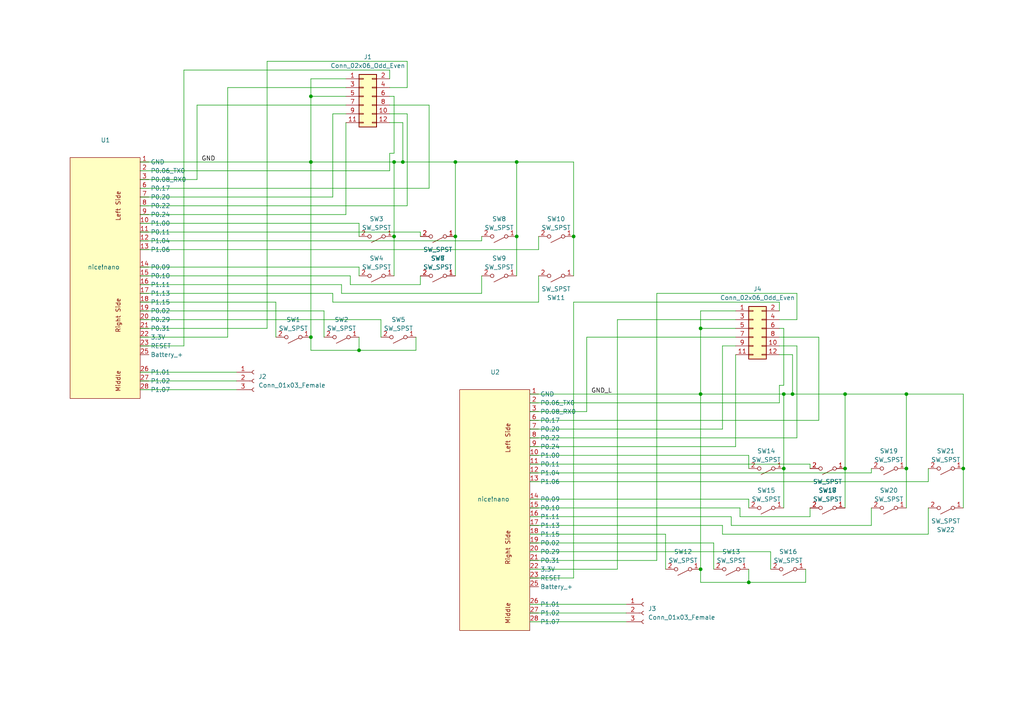
<source format=kicad_sch>
(kicad_sch (version 20211123) (generator eeschema)
  (paper "A4")
  (lib_symbols
    (symbol "Connector:Conn_01x03_Female" (pin_names (offset 1.016) hide)
      (property "Reference" "J" (at 0 5.08 0))
      (property "Value" "Conn_01x03_Female" (at 0 -5.08 0))
      (symbol "Conn_01x03_Female_1_1"
        (arc (start 0 -2.032) (mid -0.508 -2.54) (end 0 -3.048) (stroke (width 0.1524)))
        (polyline (pts (xy -1.27 -2.54) (xy -0.508 -2.54)) (stroke (width 0.1524)))
        (polyline (pts (xy -1.27 0) (xy -0.508 0)) (stroke (width 0.1524)))
        (polyline (pts (xy -1.27 2.54) (xy -0.508 2.54)) (stroke (width 0.1524)))
        (arc (start 0 0.508) (mid -0.508 0) (end 0 -0.508) (stroke (width 0.1524)))
        (arc (start 0 3.048) (mid -0.508 2.54) (end 0 2.032) (stroke (width 0.1524)))
        (pin passive line (at -5.08 2.54 0) (length 3.81) (name "Pin_1") (number "1"))
        (pin passive line (at -5.08 0 0) (length 3.81) (name "Pin_2") (number "2"))
        (pin passive line (at -5.08 -2.54 0) (length 3.81) (name "Pin_3") (number "3"))
      )
    )
    (symbol "Connector_Generic:Conn_02x06_Odd_Even" (pin_names (offset 1.016) hide)
      (property "Reference" "J" (at 1.27 7.62 0))
      (property "Value" "Conn_02x06_Odd_Even" (at 1.27 -10.16 0))
      (symbol "Conn_02x06_Odd_Even_1_1"
        (rectangle (start -1.27 -7.493) (end 0 -7.747) (stroke (width 0.1524)))
        (rectangle (start -1.27 -4.953) (end 0 -5.207) (stroke (width 0.1524)))
        (rectangle (start -1.27 -2.413) (end 0 -2.667) (stroke (width 0.1524)))
        (rectangle (start -1.27 0.127) (end 0 -0.127) (stroke (width 0.1524)))
        (rectangle (start -1.27 2.667) (end 0 2.413) (stroke (width 0.1524)))
        (rectangle (start -1.27 5.207) (end 0 4.953) (stroke (width 0.1524)))
        (rectangle (start -1.27 6.35) (end 3.81 -8.89) (stroke (width 0.254)) (fill (type background)))
        (rectangle (start 3.81 -7.493) (end 2.54 -7.747) (stroke (width 0.1524)))
        (rectangle (start 3.81 -4.953) (end 2.54 -5.207) (stroke (width 0.1524)))
        (rectangle (start 3.81 -2.413) (end 2.54 -2.667) (stroke (width 0.1524)))
        (rectangle (start 3.81 0.127) (end 2.54 -0.127) (stroke (width 0.1524)))
        (rectangle (start 3.81 2.667) (end 2.54 2.413) (stroke (width 0.1524)))
        (rectangle (start 3.81 5.207) (end 2.54 4.953) (stroke (width 0.1524)))
        (pin passive line (at -5.08 5.08 0) (length 3.81) (name "Pin_1") (number "1"))
        (pin passive line (at 7.62 -5.08 180) (length 3.81) (name "Pin_10") (number "10"))
        (pin passive line (at -5.08 -7.62 0) (length 3.81) (name "Pin_11") (number "11"))
        (pin passive line (at 7.62 -7.62 180) (length 3.81) (name "Pin_12") (number "12"))
        (pin passive line (at 7.62 5.08 180) (length 3.81) (name "Pin_2") (number "2"))
        (pin passive line (at -5.08 2.54 0) (length 3.81) (name "Pin_3") (number "3"))
        (pin passive line (at 7.62 2.54 180) (length 3.81) (name "Pin_4") (number "4"))
        (pin passive line (at -5.08 0 0) (length 3.81) (name "Pin_5") (number "5"))
        (pin passive line (at 7.62 0 180) (length 3.81) (name "Pin_6") (number "6"))
        (pin passive line (at -5.08 -2.54 0) (length 3.81) (name "Pin_7") (number "7"))
        (pin passive line (at 7.62 -2.54 180) (length 3.81) (name "Pin_8") (number "8"))
        (pin passive line (at -5.08 -5.08 0) (length 3.81) (name "Pin_9") (number "9"))
      )
    )
    (symbol "Switch:SW_SPST" (pin_names (offset 0) hide)
      (property "Reference" "SW" (at 0 3.175 0))
      (property "Value" "SW_SPST" (at 0 -2.54 0))
      (symbol "SW_SPST_0_0"
        (circle (center -2.032 0) (radius 0.508))
        (polyline (pts (xy -1.524 0.254) (xy 1.524 1.778)))
        (circle (center 2.032 0) (radius 0.508))
      )
      (symbol "SW_SPST_1_1"
        (pin passive line (at -5.08 0 0) (length 2.54) (name "A") (number "1"))
        (pin passive line (at 5.08 0 180) (length 2.54) (name "B") (number "2"))
      )
    )
    (symbol "nice_nano:nice!nano"
      (property "Reference" "U" (at 0 -2.54 0))
      (property "Value" "nice!nano" (at 0 -39.37 90))
      (symbol "nice!nano_0_0"
        (text "Left Side" (at 3.81 -19.05 900) (effects (font (size 1.27 1.27))))
        (text "Middle" (at 3.81 -69.85 900) (effects (font (size 1.27 1.27))))
        (text "Right Side" (at 3.81 -50.8 900) (effects (font (size 1.27 1.27))))
      )
      (symbol "nice!nano_0_1"
        (rectangle (start -10.16 -5.08) (end 10.16 -74.93) (fill (type background)))
      )
      (symbol "nice!nano_1_1"
        (pin unspecified line (at 10.16 -6.35 0) (length 2.54) (name "GND") (number "1"))
        (pin input line (at 10.16 -24.13 0) (length 2.54) (name "P1.00") (number "10"))
        (pin input line (at 10.16 -26.67 0) (length 2.54) (name "P0.11") (number "11"))
        (pin input line (at 10.16 -29.21 0) (length 2.54) (name "P1.04") (number "12"))
        (pin input line (at 10.16 -31.75 0) (length 2.54) (name "P1.06") (number "13"))
        (pin input line (at 10.16 -36.83 0) (length 2.54) (name "P0.09") (number "14"))
        (pin input line (at 10.16 -39.37 0) (length 2.54) (name "P0.10") (number "15"))
        (pin input line (at 10.16 -41.91 0) (length 2.54) (name "P1.11") (number "16"))
        (pin input line (at 10.16 -44.45 0) (length 2.54) (name "P1.13") (number "17"))
        (pin input line (at 10.16 -46.99 0) (length 2.54) (name "P1.15") (number "18"))
        (pin input line (at 10.16 -49.53 0) (length 2.54) (name "P0.02") (number "19"))
        (pin input line (at 10.16 -8.89 0) (length 2.54) (name "P0.06_TX0") (number "2"))
        (pin input line (at 10.16 -52.07 0) (length 2.54) (name "P0.29") (number "20"))
        (pin input line (at 10.16 -54.61 0) (length 2.54) (name "P0.31") (number "21"))
        (pin output line (at 10.16 -57.15 0) (length 2.54) (name "3.3V") (number "22"))
        (pin input line (at 10.16 -59.69 0) (length 2.54) (name "RESET") (number "23"))
        (pin input line (at 10.16 -62.23 0) (length 2.54) (name "Battery_+") (number "25"))
        (pin input line (at 10.16 -67.31 0) (length 2.54) (name "P1.01") (number "26"))
        (pin input line (at 10.16 -69.85 0) (length 2.54) (name "P1.02") (number "27"))
        (pin input line (at 10.16 -72.39 0) (length 2.54) (name "P1.07") (number "28"))
        (pin input line (at 10.16 -11.43 0) (length 2.54) (name "P0.08_RX0") (number "3"))
        (pin input line (at 10.16 -13.97 0) (length 2.54) (name "P0.17") (number "6"))
        (pin input line (at 10.16 -16.51 0) (length 2.54) (name "P0.20") (number "7"))
        (pin input line (at 10.16 -19.05 0) (length 2.54) (name "P0.22") (number "8"))
        (pin input line (at 10.16 -21.59 0) (length 2.54) (name "P0.24") (number "9"))
      )
    )
  )
  (junction (at 132.08 46.99))
  (junction (at 227.33 135.89))
  (junction (at 245.11 114.3))
  (junction (at 217.17 168.91))
  (junction (at 262.89 135.89))
  (junction (at 245.11 135.89))
  (junction (at 90.17 46.99))
  (junction (at 229.87 114.3))
  (junction (at 279.4 135.89))
  (junction (at 203.2 114.3))
  (junction (at 114.3 68.58))
  (junction (at 116.84 46.99))
  (junction (at 90.17 97.79))
  (junction (at 227.33 114.3))
  (junction (at 90.17 27.94))
  (junction (at 149.86 46.99))
  (junction (at 166.37 68.58))
  (junction (at 149.86 68.58))
  (junction (at 262.89 114.3))
  (junction (at 104.14 101.6))
  (junction (at 132.08 68.58))
  (junction (at 114.3 46.99))
  (junction (at 203.2 165.1))
  (junction (at 203.2 95.25))
  (wire (pts (xy 90.17 97.79) (xy 90.17 46.99)))
  (wire (pts (xy 153.67 175.26) (xy 181.61 175.26)))
  (wire (pts (xy 193.04 154.94) (xy 193.04 165.1)))
  (wire (pts (xy 231.14 100.33) (xy 231.14 127)))
  (wire (pts (xy 234.95 134.62) (xy 234.95 135.89)))
  (wire (pts (xy 262.89 114.3) (xy 245.11 114.3)))
  (wire (pts (xy 99.06 85.09) (xy 139.7 85.09)))
  (wire (pts (xy 114.3 27.94) (xy 113.03 27.94)))
  (wire (pts (xy 132.08 46.99) (xy 132.08 68.58)))
  (wire (pts (xy 170.18 97.79) (xy 170.18 119.38)))
  (wire (pts (xy 96.52 57.15) (xy 96.52 33.02)))
  (wire (pts (xy 153.67 152.4) (xy 209.55 152.4)))
  (wire (pts (xy 170.18 119.38) (xy 153.67 119.38)))
  (wire (pts (xy 153.67 134.62) (xy 234.95 134.62)))
  (wire (pts (xy 80.01 87.63) (xy 80.01 97.79)))
  (wire (pts (xy 113.03 35.56) (xy 116.84 35.56)))
  (wire (pts (xy 209.55 152.4) (xy 209.55 154.94)))
  (wire (pts (xy 166.37 167.64) (xy 166.37 87.63)))
  (wire (pts (xy 153.67 144.78) (xy 217.17 144.78)))
  (wire (pts (xy 121.92 82.55) (xy 121.92 80.01)))
  (wire (pts (xy 262.89 147.32) (xy 262.89 135.89)))
  (wire (pts (xy 57.15 52.07) (xy 40.64 52.07)))
  (wire (pts (xy 213.36 95.25) (xy 203.2 95.25)))
  (wire (pts (xy 153.67 129.54) (xy 213.36 129.54)))
  (wire (pts (xy 113.03 44.45) (xy 114.3 44.45)))
  (wire (pts (xy 96.52 87.63) (xy 156.21 87.63)))
  (wire (pts (xy 153.67 167.64) (xy 166.37 167.64)))
  (wire (pts (xy 118.11 17.78) (xy 118.11 25.4)))
  (wire (pts (xy 213.36 90.17) (xy 203.2 90.17)))
  (wire (pts (xy 226.06 116.84) (xy 226.06 111.76)))
  (wire (pts (xy 99.06 82.55) (xy 99.06 85.09)))
  (wire (pts (xy 40.64 97.79) (xy 66.04 97.79)))
  (wire (pts (xy 217.17 168.91) (xy 203.2 168.91)))
  (wire (pts (xy 214.63 147.32) (xy 214.63 149.86)))
  (wire (pts (xy 153.67 116.84) (xy 226.06 116.84)))
  (wire (pts (xy 279.4 147.32) (xy 279.4 135.89)))
  (wire (pts (xy 77.47 95.25) (xy 77.47 17.78)))
  (wire (pts (xy 153.67 177.8) (xy 181.61 177.8)))
  (wire (pts (xy 203.2 95.25) (xy 203.2 114.3)))
  (wire (pts (xy 124.46 30.48) (xy 113.03 30.48)))
  (wire (pts (xy 213.36 129.54) (xy 213.36 102.87)))
  (wire (pts (xy 153.67 162.56) (xy 190.5 162.56)))
  (wire (pts (xy 149.86 68.58) (xy 149.86 46.99)))
  (wire (pts (xy 190.5 162.56) (xy 190.5 85.09)))
  (wire (pts (xy 229.87 102.87) (xy 229.87 114.3)))
  (wire (pts (xy 226.06 111.76) (xy 227.33 111.76)))
  (wire (pts (xy 96.52 33.02) (xy 100.33 33.02)))
  (wire (pts (xy 40.64 62.23) (xy 100.33 62.23)))
  (wire (pts (xy 113.03 20.32) (xy 113.03 22.86)))
  (wire (pts (xy 226.06 87.63) (xy 226.06 90.17)))
  (wire (pts (xy 90.17 22.86) (xy 90.17 27.94)))
  (wire (pts (xy 90.17 27.94) (xy 90.17 46.99)))
  (wire (pts (xy 166.37 87.63) (xy 226.06 87.63)))
  (wire (pts (xy 237.49 121.92) (xy 237.49 97.79)))
  (wire (pts (xy 132.08 68.58) (xy 132.08 80.01)))
  (wire (pts (xy 118.11 33.02) (xy 118.11 59.69)))
  (wire (pts (xy 104.14 77.47) (xy 104.14 80.01)))
  (wire (pts (xy 153.67 121.92) (xy 237.49 121.92)))
  (wire (pts (xy 279.4 135.89) (xy 279.4 114.3)))
  (wire (pts (xy 40.64 92.71) (xy 110.49 92.71)))
  (wire (pts (xy 40.64 90.17) (xy 93.98 90.17)))
  (wire (pts (xy 139.7 85.09) (xy 139.7 80.01)))
  (wire (pts (xy 40.64 107.95) (xy 68.58 107.95)))
  (wire (pts (xy 209.55 124.46) (xy 209.55 100.33)))
  (wire (pts (xy 90.17 101.6) (xy 90.17 97.79)))
  (wire (pts (xy 190.5 85.09) (xy 231.14 85.09)))
  (wire (pts (xy 217.17 144.78) (xy 217.17 147.32)))
  (wire (pts (xy 66.04 25.4) (xy 100.33 25.4)))
  (wire (pts (xy 114.3 46.99) (xy 114.3 68.58)))
  (wire (pts (xy 153.67 154.94) (xy 193.04 154.94)))
  (wire (pts (xy 203.2 165.1) (xy 203.2 114.3)))
  (wire (pts (xy 269.24 154.94) (xy 269.24 147.32)))
  (wire (pts (xy 166.37 68.58) (xy 166.37 46.99)))
  (wire (pts (xy 149.86 46.99) (xy 132.08 46.99)))
  (wire (pts (xy 40.64 113.03) (xy 68.58 113.03)))
  (wire (pts (xy 231.14 92.71) (xy 226.06 92.71)))
  (wire (pts (xy 40.64 80.01) (xy 101.6 80.01)))
  (wire (pts (xy 156.21 87.63) (xy 156.21 80.01)))
  (wire (pts (xy 245.11 114.3) (xy 245.11 135.89)))
  (wire (pts (xy 40.64 85.09) (xy 96.52 85.09)))
  (wire (pts (xy 124.46 54.61) (xy 124.46 30.48)))
  (wire (pts (xy 203.2 168.91) (xy 203.2 165.1)))
  (wire (pts (xy 113.03 33.02) (xy 118.11 33.02)))
  (wire (pts (xy 226.06 102.87) (xy 229.87 102.87)))
  (wire (pts (xy 203.2 90.17) (xy 203.2 95.25)))
  (wire (pts (xy 100.33 22.86) (xy 90.17 22.86)))
  (wire (pts (xy 40.64 72.39) (xy 156.21 72.39)))
  (wire (pts (xy 96.52 85.09) (xy 96.52 87.63)))
  (wire (pts (xy 227.33 95.25) (xy 226.06 95.25)))
  (wire (pts (xy 166.37 80.01) (xy 166.37 68.58)))
  (wire (pts (xy 114.3 68.58) (xy 114.3 80.01)))
  (wire (pts (xy 100.33 27.94) (xy 90.17 27.94)))
  (wire (pts (xy 40.64 95.25) (xy 77.47 95.25)))
  (wire (pts (xy 153.67 124.46) (xy 209.55 124.46)))
  (wire (pts (xy 40.64 46.99) (xy 90.17 46.99)))
  (wire (pts (xy 227.33 111.76) (xy 227.33 95.25)))
  (wire (pts (xy 166.37 46.99) (xy 149.86 46.99)))
  (wire (pts (xy 40.64 82.55) (xy 99.06 82.55)))
  (wire (pts (xy 104.14 101.6) (xy 90.17 101.6)))
  (wire (pts (xy 237.49 97.79) (xy 226.06 97.79)))
  (wire (pts (xy 217.17 165.1) (xy 217.17 168.91)))
  (wire (pts (xy 139.7 69.85) (xy 139.7 68.58)))
  (wire (pts (xy 209.55 154.94) (xy 269.24 154.94)))
  (wire (pts (xy 179.07 165.1) (xy 179.07 92.71)))
  (wire (pts (xy 212.09 149.86) (xy 212.09 152.4)))
  (wire (pts (xy 40.64 49.53) (xy 113.03 49.53)))
  (wire (pts (xy 229.87 114.3) (xy 245.11 114.3)))
  (wire (pts (xy 179.07 92.71) (xy 213.36 92.71)))
  (wire (pts (xy 116.84 46.99) (xy 132.08 46.99)))
  (wire (pts (xy 214.63 149.86) (xy 234.95 149.86)))
  (wire (pts (xy 223.52 160.02) (xy 223.52 165.1)))
  (wire (pts (xy 269.24 139.7) (xy 269.24 135.89)))
  (wire (pts (xy 101.6 82.55) (xy 121.92 82.55)))
  (wire (pts (xy 120.65 101.6) (xy 104.14 101.6)))
  (wire (pts (xy 57.15 30.48) (xy 57.15 52.07)))
  (wire (pts (xy 118.11 59.69) (xy 40.64 59.69)))
  (wire (pts (xy 226.06 100.33) (xy 231.14 100.33)))
  (wire (pts (xy 227.33 114.3) (xy 227.33 135.89)))
  (wire (pts (xy 93.98 90.17) (xy 93.98 97.79)))
  (wire (pts (xy 153.67 114.3) (xy 203.2 114.3)))
  (wire (pts (xy 100.33 62.23) (xy 100.33 35.56)))
  (wire (pts (xy 217.17 132.08) (xy 217.17 135.89)))
  (wire (pts (xy 153.67 139.7) (xy 269.24 139.7)))
  (wire (pts (xy 153.67 137.16) (xy 252.73 137.16)))
  (wire (pts (xy 110.49 92.71) (xy 110.49 97.79)))
  (wire (pts (xy 104.14 97.79) (xy 104.14 101.6)))
  (wire (pts (xy 234.95 149.86) (xy 234.95 147.32)))
  (wire (pts (xy 40.64 57.15) (xy 96.52 57.15)))
  (wire (pts (xy 116.84 35.56) (xy 116.84 46.99)))
  (wire (pts (xy 40.64 67.31) (xy 121.92 67.31)))
  (wire (pts (xy 40.64 77.47) (xy 104.14 77.47)))
  (wire (pts (xy 153.67 160.02) (xy 223.52 160.02)))
  (wire (pts (xy 113.03 49.53) (xy 113.03 44.45)))
  (wire (pts (xy 40.64 87.63) (xy 80.01 87.63)))
  (wire (pts (xy 114.3 46.99) (xy 116.84 46.99)))
  (wire (pts (xy 101.6 80.01) (xy 101.6 82.55)))
  (wire (pts (xy 153.67 157.48) (xy 207.01 157.48)))
  (wire (pts (xy 53.34 100.33) (xy 53.34 20.32)))
  (wire (pts (xy 40.64 110.49) (xy 68.58 110.49)))
  (wire (pts (xy 153.67 165.1) (xy 179.07 165.1)))
  (wire (pts (xy 153.67 147.32) (xy 214.63 147.32)))
  (wire (pts (xy 66.04 97.79) (xy 66.04 25.4)))
  (wire (pts (xy 231.14 85.09) (xy 231.14 92.71)))
  (wire (pts (xy 149.86 80.01) (xy 149.86 68.58)))
  (wire (pts (xy 279.4 114.3) (xy 262.89 114.3)))
  (wire (pts (xy 114.3 44.45) (xy 114.3 27.94)))
  (wire (pts (xy 120.65 97.79) (xy 120.65 101.6)))
  (wire (pts (xy 252.73 152.4) (xy 252.73 147.32)))
  (wire (pts (xy 233.68 165.1) (xy 233.68 168.91)))
  (wire (pts (xy 203.2 114.3) (xy 227.33 114.3)))
  (wire (pts (xy 153.67 149.86) (xy 212.09 149.86)))
  (wire (pts (xy 90.17 46.99) (xy 114.3 46.99)))
  (wire (pts (xy 233.68 168.91) (xy 217.17 168.91)))
  (wire (pts (xy 156.21 72.39) (xy 156.21 68.58)))
  (wire (pts (xy 153.67 132.08) (xy 217.17 132.08)))
  (wire (pts (xy 118.11 25.4) (xy 113.03 25.4)))
  (wire (pts (xy 40.64 64.77) (xy 104.14 64.77)))
  (wire (pts (xy 40.64 100.33) (xy 53.34 100.33)))
  (wire (pts (xy 40.64 69.85) (xy 139.7 69.85)))
  (wire (pts (xy 212.09 152.4) (xy 252.73 152.4)))
  (wire (pts (xy 252.73 137.16) (xy 252.73 135.89)))
  (wire (pts (xy 40.64 54.61) (xy 124.46 54.61)))
  (wire (pts (xy 227.33 135.89) (xy 227.33 147.32)))
  (wire (pts (xy 153.67 180.34) (xy 181.61 180.34)))
  (wire (pts (xy 231.14 127) (xy 153.67 127)))
  (wire (pts (xy 121.92 67.31) (xy 121.92 68.58)))
  (wire (pts (xy 227.33 114.3) (xy 229.87 114.3)))
  (wire (pts (xy 262.89 135.89) (xy 262.89 114.3)))
  (wire (pts (xy 104.14 64.77) (xy 104.14 68.58)))
  (wire (pts (xy 213.36 97.79) (xy 170.18 97.79)))
  (wire (pts (xy 245.11 135.89) (xy 245.11 147.32)))
  (wire (pts (xy 100.33 30.48) (xy 57.15 30.48)))
  (wire (pts (xy 207.01 157.48) (xy 207.01 165.1)))
  (wire (pts (xy 77.47 17.78) (xy 118.11 17.78)))
  (wire (pts (xy 53.34 20.32) (xy 113.03 20.32)))
  (wire (pts (xy 209.55 100.33) (xy 213.36 100.33)))
  (label "GND_L" (at 171.45 114.3 0))
  (label "GND" (at 58.42 46.99 0))
  (symbol (lib_id "Connector:Conn_01x03_Female") (at 186.69 177.8 0) (unit 1)
    (property "Reference" "J3" (at 187.96 176.5299 0) (effects (justify left)))
    (property "Value" "Conn_01x03_Female" (at 187.96 179.0699 0) (effects (justify left)))
    (property "Footprint" "Connector_PinSocket_2.54mm:PinSocket_1x03_P2.54mm_Vertical" (effects hide))
  )
  (symbol (lib_id "nice_nano:nice!nano") (at 143.51 107.95 0) (unit 1)
    (property "Reference" "U2" (at 142.24 107.95 0) (effects (justify left)))
    (property "Value" "nice!nano" (at 138.43 144.78 0) (effects (justify left)))
    (property "Footprint" "nice-nano-kicad-master:nice_nano" (effects hide))
  )
  (symbol (lib_id "Connector:Conn_01x03_Female") (at 73.66 110.49 0) (unit 1)
    (property "Reference" "J2" (at 74.93 109.2199 0) (effects (justify left)))
    (property "Value" "Conn_01x03_Female" (at 74.93 111.7599 0) (effects (justify left)))
    (property "Footprint" "Connector_PinSocket_2.54mm:PinSocket_1x03_P2.54mm_Vertical" (effects hide))
  )
  (symbol (lib_id "Switch:SW_SPST") (at 274.32 135.89 180) (unit 1)
    (property "Reference" "SW21" (at 274.32 130.81 0))
    (property "Value" "SW_SPST" (at 274.32 133.35 0))
    (property "Footprint" "keyswitches:Kailh_socket_PG1350" (effects hide))
  )
  (symbol (lib_id "Switch:SW_SPST") (at 212.09 165.1 180) (unit 1)
    (property "Reference" "SW13" (at 212.09 160.02 0))
    (property "Value" "SW_SPST" (at 212.09 162.56 0))
    (property "Footprint" "keyswitches:Kailh_socket_PG1350" (effects hide))
  )
  (symbol (lib_id "Switch:SW_SPST") (at 115.57 97.79 180) (unit 1)
    (property "Reference" "SW5" (at 115.57 92.71 0))
    (property "Value" "SW_SPST" (at 115.57 95.25 0))
    (property "Footprint" "keyswitches:Kailh_socket_PG1350" (effects hide))
  )
  (symbol (lib_id "Switch:SW_SPST") (at 161.29 68.58 180) (unit 1)
    (property "Reference" "SW10" (at 161.29 63.5 0))
    (property "Value" "SW_SPST" (at 161.29 66.04 0))
    (property "Footprint" "keyswitches:Kailh_socket_PG1350" (effects hide))
  )
  (symbol (lib_id "Switch:SW_SPST") (at 85.09 97.79 180) (unit 1)
    (property "Reference" "SW1" (at 85.09 92.71 0))
    (property "Value" "SW_SPST" (at 85.09 95.25 0))
    (property "Footprint" "keyswitches:Kailh_socket_PG1350" (effects hide))
  )
  (symbol (lib_id "Connector_Generic:Conn_02x06_Odd_Even") (at 218.44 95.25 0) (unit 1)
    (property "Reference" "J4" (at 219.71 83.82 0))
    (property "Value" "Conn_02x06_Odd_Even" (at 219.71 86.36 0))
    (property "Footprint" "Connector_PinHeader_2.54mm:PinHeader_1x12_P2.54mm_Vertical" (effects hide))
  )
  (symbol (lib_id "Switch:SW_SPST") (at 127 80.01 180) (unit 1)
    (property "Reference" "SW7" (at 127 74.93 0))
    (property "Value" "SW_SPST" (at 127 77.47 0))
    (property "Footprint" "keyswitches:Kailh_socket_PG1350" (effects hide))
  )
  (symbol (lib_id "Switch:SW_SPST") (at 222.25 135.89 180) (unit 1)
    (property "Reference" "SW14" (at 222.25 130.81 0))
    (property "Value" "SW_SPST" (at 222.25 133.35 0))
    (property "Footprint" "keyswitches:Kailh_socket_PG1350" (effects hide))
  )
  (symbol (lib_id "Switch:SW_SPST") (at 109.22 80.01 180) (unit 1)
    (property "Reference" "SW4" (at 109.22 74.93 0))
    (property "Value" "SW_SPST" (at 109.22 77.47 0))
    (property "Footprint" "keyswitches:Kailh_socket_PG1350" (effects hide))
  )
  (symbol (lib_id "Switch:SW_SPST") (at 240.03 147.32 180) (unit 1)
    (property "Reference" "SW18" (at 240.03 142.24 0))
    (property "Value" "SW_SPST" (at 240.03 144.78 0))
    (property "Footprint" "keyswitches:Kailh_socket_PG1350" (effects hide))
  )
  (symbol (lib_id "nice_nano:nice!nano") (at 30.48 40.64 0) (unit 1)
    (property "Reference" "U1" (at 29.21 40.64 0) (effects (justify left)))
    (property "Value" "nice!nano" (at 25.4 77.47 0) (effects (justify left)))
    (property "Footprint" "nice-nano-kicad-master:nice_nano" (effects hide))
  )
  (symbol (lib_id "Switch:SW_SPST") (at 274.32 147.32 180) (unit 1)
    (property "Reference" "SW22" (at 274.32 153.67 0))
    (property "Value" "SW_SPST" (at 274.32 151.13 0))
    (property "Footprint" "keyswitches:Kailh_socket_PG1350" (effects hide))
  )
  (symbol (lib_id "Switch:SW_SPST") (at 222.25 147.32 180) (unit 1)
    (property "Reference" "SW15" (at 222.25 142.24 0))
    (property "Value" "SW_SPST" (at 222.25 144.78 0))
    (property "Footprint" "keyswitches:Kailh_socket_PG1350" (effects hide))
  )
  (symbol (lib_id "Connector_Generic:Conn_02x06_Odd_Even") (at 105.41 27.94 0) (unit 1)
    (property "Reference" "J1" (at 106.68 16.51 0))
    (property "Value" "Conn_02x06_Odd_Even" (at 106.68 19.05 0))
    (property "Footprint" "Connector_PinHeader_2.54mm:PinHeader_1x12_P2.54mm_Vertical" (effects hide))
  )
  (symbol (lib_id "Switch:SW_SPST") (at 109.22 68.58 180) (unit 1)
    (property "Reference" "SW3" (at 109.22 63.5 0))
    (property "Value" "SW_SPST" (at 109.22 66.04 0))
    (property "Footprint" "keyswitches:Kailh_socket_PG1350" (effects hide))
  )
  (symbol (lib_id "Switch:SW_SPST") (at 161.29 80.01 180) (unit 1)
    (property "Reference" "SW11" (at 161.29 86.36 0))
    (property "Value" "SW_SPST" (at 161.29 83.82 0))
    (property "Footprint" "keyswitches:Kailh_socket_PG1350" (effects hide))
  )
  (symbol (lib_id "Switch:SW_SPST") (at 127 68.58 180) (unit 1)
    (property "Reference" "SW6" (at 127 74.93 0))
    (property "Value" "SW_SPST" (at 127 72.39 0))
    (property "Footprint" "keyswitches:Kailh_socket_PG1350" (effects hide))
  )
  (symbol (lib_id "Switch:SW_SPST") (at 228.6 165.1 180) (unit 1)
    (property "Reference" "SW16" (at 228.6 160.02 0))
    (property "Value" "SW_SPST" (at 228.6 162.56 0))
    (property "Footprint" "keyswitches:Kailh_socket_PG1350" (effects hide))
  )
  (symbol (lib_id "Switch:SW_SPST") (at 144.78 80.01 180) (unit 1)
    (property "Reference" "SW9" (at 144.78 74.93 0))
    (property "Value" "SW_SPST" (at 144.78 77.47 0))
    (property "Footprint" "keyswitches:Kailh_socket_PG1350" (effects hide))
  )
  (symbol (lib_id "Switch:SW_SPST") (at 99.06 97.79 180) (unit 1)
    (property "Reference" "SW2" (at 99.06 92.71 0))
    (property "Value" "SW_SPST" (at 99.06 95.25 0))
    (property "Footprint" "keyswitches:Kailh_socket_PG1350" (effects hide))
  )
  (symbol (lib_id "Switch:SW_SPST") (at 144.78 68.58 180) (unit 1)
    (property "Reference" "SW8" (at 144.78 63.5 0))
    (property "Value" "SW_SPST" (at 144.78 66.04 0))
    (property "Footprint" "keyswitches:Kailh_socket_PG1350" (effects hide))
  )
  (symbol (lib_id "Switch:SW_SPST") (at 240.03 135.89 180) (unit 1)
    (property "Reference" "SW17" (at 240.03 142.24 0))
    (property "Value" "SW_SPST" (at 240.03 139.7 0))
    (property "Footprint" "keyswitches:Kailh_socket_PG1350" (effects hide))
  )
  (symbol (lib_id "Switch:SW_SPST") (at 257.81 147.32 180) (unit 1)
    (property "Reference" "SW20" (at 257.81 142.24 0))
    (property "Value" "SW_SPST" (at 257.81 144.78 0))
    (property "Footprint" "keyswitches:Kailh_socket_PG1350" (effects hide))
  )
  (symbol (lib_id "Switch:SW_SPST") (at 198.12 165.1 180) (unit 1)
    (property "Reference" "SW12" (at 198.12 160.02 0))
    (property "Value" "SW_SPST" (at 198.12 162.56 0))
    (property "Footprint" "keyswitches:Kailh_socket_PG1350" (effects hide))
  )
  (symbol (lib_id "Switch:SW_SPST") (at 257.81 135.89 180) (unit 1)
    (property "Reference" "SW19" (at 257.81 130.81 0))
    (property "Value" "SW_SPST" (at 257.81 133.35 0))
    (property "Footprint" "keyswitches:Kailh_socket_PG1350" (effects hide))
  )
)
</source>
